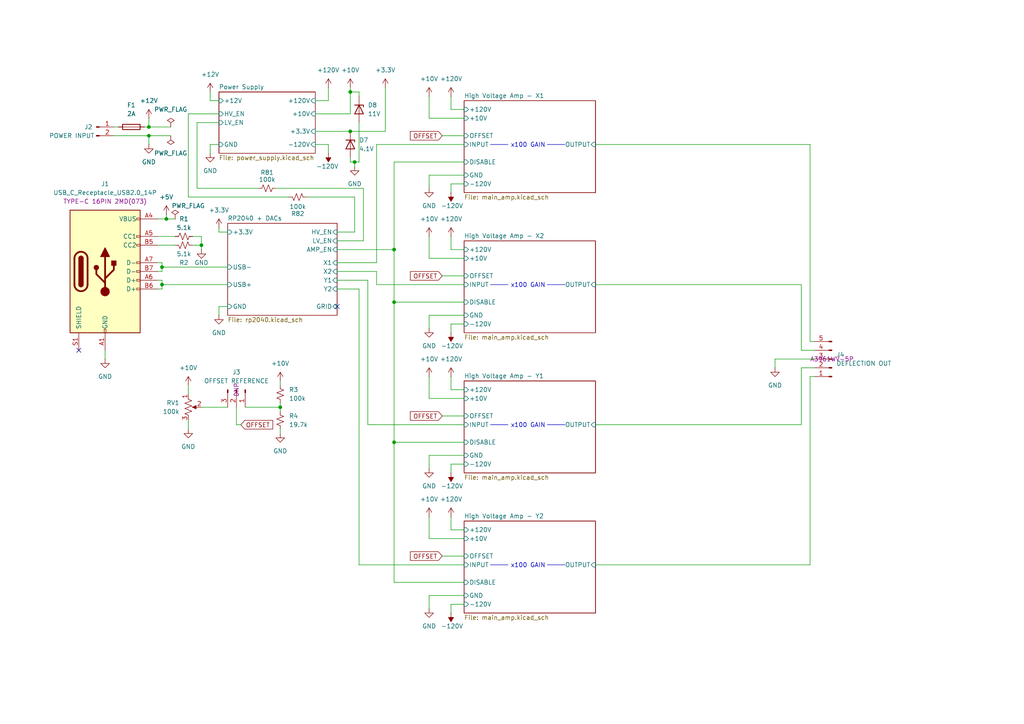
<source format=kicad_sch>
(kicad_sch (version 20250114) (generator "eeschema") (generator_version "9.0")
  (paper "A4")
  (lib_symbols
    (symbol "Connector:Conn_01x02_Pin" (pin_names (offset 1.016) (hide yes))
      (property "Reference" "J" (at 0 2.54 0))
      (property "Value" "Conn_01x02_Pin" (at 0 -5.08 0))
      (symbol "Conn_01x02_Pin_1_1"
        (rectangle (start 0.8636 0.127) (end 0 -0.127) (stroke (width 0.1524)) (fill (type outline)))
        (rectangle (start 0.8636 -2.413) (end 0 -2.667) (stroke (width 0.1524)) (fill (type outline)))
        (polyline (pts (xy 1.27 0) (xy 0.8636 0)) (stroke (width 0.1524)))
        (polyline (pts (xy 1.27 -2.54) (xy 0.8636 -2.54)) (stroke (width 0.1524)))
        (pin passive line (at 5.08 0 180) (length 3.81) (name "Pin_1") (number "1"))
        (pin passive line (at 5.08 -2.54 180) (length 3.81) (name "Pin_2") (number "2"))
      )
    )
    (symbol "Connector:Conn_01x03_Pin" (pin_names (offset 1.016) (hide yes))
      (property "Reference" "J" (at 0 5.08 0))
      (property "Value" "Conn_01x03_Pin" (at 0 -5.08 0))
      (symbol "Conn_01x03_Pin_1_1"
        (rectangle (start 0.8636 2.667) (end 0 2.413) (stroke (width 0.1524)) (fill (type outline)))
        (rectangle (start 0.8636 0.127) (end 0 -0.127) (stroke (width 0.1524)) (fill (type outline)))
        (rectangle (start 0.8636 -2.413) (end 0 -2.667) (stroke (width 0.1524)) (fill (type outline)))
        (polyline (pts (xy 1.27 2.54) (xy 0.8636 2.54)) (stroke (width 0.1524)))
        (polyline (pts (xy 1.27 0) (xy 0.8636 0)) (stroke (width 0.1524)))
        (polyline (pts (xy 1.27 -2.54) (xy 0.8636 -2.54)) (stroke (width 0.1524)))
        (pin passive line (at 5.08 2.54 180) (length 3.81) (name "Pin_1") (number "1"))
        (pin passive line (at 5.08 0 180) (length 3.81) (name "Pin_2") (number "2"))
        (pin passive line (at 5.08 -2.54 180) (length 3.81) (name "Pin_3") (number "3"))
      )
    )
    (symbol "Connector:Conn_01x05_Pin" (pin_names (offset 1.016) (hide yes))
      (property "Reference" "J" (at 0 7.62 0))
      (property "Value" "Conn_01x05_Pin" (at 0 -7.62 0))
      (symbol "Conn_01x05_Pin_1_1"
        (rectangle (start 0.8636 5.207) (end 0 4.953) (stroke (width 0.1524)) (fill (type outline)))
        (rectangle (start 0.8636 2.667) (end 0 2.413) (stroke (width 0.1524)) (fill (type outline)))
        (rectangle (start 0.8636 0.127) (end 0 -0.127) (stroke (width 0.1524)) (fill (type outline)))
        (rectangle (start 0.8636 -2.413) (end 0 -2.667) (stroke (width 0.1524)) (fill (type outline)))
        (rectangle (start 0.8636 -4.953) (end 0 -5.207) (stroke (width 0.1524)) (fill (type outline)))
        (polyline (pts (xy 1.27 5.08) (xy 0.8636 5.08)) (stroke (width 0.1524)))
        (polyline (pts (xy 1.27 2.54) (xy 0.8636 2.54)) (stroke (width 0.1524)))
        (polyline (pts (xy 1.27 0) (xy 0.8636 0)) (stroke (width 0.1524)))
        (polyline (pts (xy 1.27 -2.54) (xy 0.8636 -2.54)) (stroke (width 0.1524)))
        (polyline (pts (xy 1.27 -5.08) (xy 0.8636 -5.08)) (stroke (width 0.1524)))
        (pin passive line (at 5.08 5.08 180) (length 3.81) (name "Pin_1") (number "1"))
        (pin passive line (at 5.08 2.54 180) (length 3.81) (name "Pin_2") (number "2"))
        (pin passive line (at 5.08 0 180) (length 3.81) (name "Pin_3") (number "3"))
        (pin passive line (at 5.08 -2.54 180) (length 3.81) (name "Pin_4") (number "4"))
        (pin passive line (at 5.08 -5.08 180) (length 3.81) (name "Pin_5") (number "5"))
      )
    )
    (symbol "Connector:USB_C_Receptacle_USB2.0_14P" (pin_names (offset 1.016))
      (property "Reference" "J" (at 0 22.225 0))
      (property "Value" "USB_C_Receptacle_USB2.0_14P" (at 0 19.685 0))
      (symbol "USB_C_Receptacle_USB2.0_14P_0_0"
        (rectangle (start -0.254 -17.78) (end 0.254 -16.764))
        (rectangle (start 10.16 15.494) (end 9.144 14.986))
        (rectangle (start 10.16 10.414) (end 9.144 9.906))
        (rectangle (start 10.16 7.874) (end 9.144 7.366))
        (rectangle (start 10.16 2.794) (end 9.144 2.286))
        (rectangle (start 10.16 0.254) (end 9.144 -0.254))
        (rectangle (start 10.16 -2.286) (end 9.144 -2.794))
        (rectangle (start 10.16 -4.826) (end 9.144 -5.334))
      )
      (symbol "USB_C_Receptacle_USB2.0_14P_0_1"
        (rectangle (start -10.16 17.78) (end 10.16 -17.78) (stroke (width 0.254)) (fill (type background)))
        (polyline (pts (xy -8.89 -3.81) (xy -8.89 3.81)) (stroke (width 0.508)))
        (rectangle (start -7.62 -3.81) (end -6.35 3.81) (stroke (width 0.254)) (fill (type outline)))
        (arc (start -7.62 3.81) (mid -6.985 4.4423) (end -6.35 3.81) (stroke (width 0.254)))
        (arc (start -7.62 3.81) (mid -6.985 4.4423) (end -6.35 3.81) (stroke (width 0.254)) (fill (type outline)))
        (arc (start -8.89 3.81) (mid -6.985 5.7067) (end -5.08 3.81) (stroke (width 0.508)))
        (arc (start -5.08 -3.81) (mid -6.985 -5.7067) (end -8.89 -3.81) (stroke (width 0.508)))
        (arc (start -6.35 -3.81) (mid -6.985 -4.4423) (end -7.62 -3.81) (stroke (width 0.254)))
        (arc (start -6.35 -3.81) (mid -6.985 -4.4423) (end -7.62 -3.81) (stroke (width 0.254)) (fill (type outline)))
        (polyline (pts (xy -5.08 3.81) (xy -5.08 -3.81)) (stroke (width 0.508)))
        (circle (center -2.54 1.143) (radius 0.635) (stroke (width 0.254)) (fill (type outline)))
        (polyline (pts (xy -1.27 4.318) (xy 0 6.858) (xy 1.27 4.318) (xy -1.27 4.318)) (stroke (width 0.254)) (fill (type outline)))
        (polyline (pts (xy 0 -2.032) (xy 2.54 0.508) (xy 2.54 1.778)) (stroke (width 0.508)))
        (polyline (pts (xy 0 -3.302) (xy -2.54 -0.762) (xy -2.54 0.508)) (stroke (width 0.508)))
        (polyline (pts (xy 0 -5.842) (xy 0 4.318)) (stroke (width 0.508)))
        (circle (center 0 -5.842) (radius 1.27) (fill (type outline)))
        (rectangle (start 1.905 1.778) (end 3.175 3.048) (stroke (width 0.254)) (fill (type outline)))
      )
      (symbol "USB_C_Receptacle_USB2.0_14P_1_1"
        (pin passive line (at -7.62 -22.86 90) (length 5.08) (name "SHIELD") (number "S1"))
        (pin passive line (at 0 -22.86 90) (length 5.08) (name "GND") (number "A1"))
        (pin passive line (at 0 -22.86 90) (length 5.08) (hide yes) (name "GND") (number "A12"))
        (pin passive line (at 0 -22.86 90) (length 5.08) (hide yes) (name "GND") (number "B1"))
        (pin passive line (at 0 -22.86 90) (length 5.08) (hide yes) (name "GND") (number "B12"))
        (pin passive line (at 15.24 15.24 180) (length 5.08) (name "VBUS") (number "A4"))
        (pin passive line (at 15.24 15.24 180) (length 5.08) (hide yes) (name "VBUS") (number "A9"))
        (pin passive line (at 15.24 15.24 180) (length 5.08) (hide yes) (name "VBUS") (number "B4"))
        (pin passive line (at 15.24 15.24 180) (length 5.08) (hide yes) (name "VBUS") (number "B9"))
        (pin bidirectional line (at 15.24 10.16 180) (length 5.08) (name "CC1") (number "A5"))
        (pin bidirectional line (at 15.24 7.62 180) (length 5.08) (name "CC2") (number "B5"))
        (pin bidirectional line (at 15.24 2.54 180) (length 5.08) (name "D-") (number "A7"))
        (pin bidirectional line (at 15.24 0 180) (length 5.08) (name "D-") (number "B7"))
        (pin bidirectional line (at 15.24 -2.54 180) (length 5.08) (name "D+") (number "A6"))
        (pin bidirectional line (at 15.24 -5.08 180) (length 5.08) (name "D+") (number "B6"))
      )
    )
    (symbol "Device:D_Zener" (pin_numbers (hide yes)) (pin_names (offset 1.016) (hide yes))
      (property "Reference" "D" (at 0 2.54 0))
      (property "Value" "D_Zener" (at 0 -2.54 0))
      (symbol "D_Zener_0_1"
        (polyline (pts (xy -1.27 -1.27) (xy -1.27 1.27) (xy -0.762 1.27)) (stroke (width 0.254)))
        (polyline (pts (xy 1.27 0) (xy -1.27 0)))
        (polyline (pts (xy 1.27 -1.27) (xy 1.27 1.27) (xy -1.27 0) (xy 1.27 -1.27)) (stroke (width 0.254)))
      )
      (symbol "D_Zener_1_1"
        (pin passive line (at -3.81 0 0) (length 2.54) (name "K") (number "1"))
        (pin passive line (at 3.81 0 180) (length 2.54) (name "A") (number "2"))
      )
    )
    (symbol "Device:Fuse" (pin_numbers (hide yes)) (pin_names (offset 0))
      (property "Reference" "F" (at 2.032 0 90))
      (property "Value" "Fuse" (at -1.905 0 90))
      (symbol "Fuse_0_1"
        (rectangle (start -0.762 -2.54) (end 0.762 2.54) (stroke (width 0.254)))
        (polyline (pts (xy 0 2.54) (xy 0 -2.54)))
      )
      (symbol "Fuse_1_1"
        (pin passive line (at 0 3.81 270) (length 1.27) (name "~") (number "1"))
        (pin passive line (at 0 -3.81 90) (length 1.27) (name "~") (number "2"))
      )
    )
    (symbol "Device:R_Potentiometer_US" (pin_names (offset 1.016) (hide yes))
      (property "Reference" "RV" (at -4.445 0 90))
      (property "Value" "R_Potentiometer_US" (at -2.54 0 90))
      (symbol "R_Potentiometer_US_0_1"
        (polyline (pts (xy 0 2.54) (xy 0 2.286)))
        (polyline (pts (xy 0 2.286) (xy 1.016 1.905) (xy 0 1.524) (xy -1.016 1.143) (xy 0 0.762)))
        (polyline (pts (xy 0 0.762) (xy 1.016 0.381) (xy 0 0) (xy -1.016 -0.381) (xy 0 -0.762)))
        (polyline (pts (xy 0 -0.762) (xy 1.016 -1.143) (xy 0 -1.524) (xy -1.016 -1.905) (xy 0 -2.286)))
        (polyline (pts (xy 0 -2.286) (xy 0 -2.54)))
        (polyline (pts (xy 1.143 0) (xy 2.286 0.508) (xy 2.286 -0.508) (xy 1.143 0)) (fill (type outline)))
        (polyline (pts (xy 2.54 0) (xy 1.524 0)))
      )
      (symbol "R_Potentiometer_US_1_1"
        (pin passive line (at 0 3.81 270) (length 1.27) (name "1") (number "1"))
        (pin passive line (at 0 -3.81 90) (length 1.27) (name "3") (number "3"))
        (pin passive line (at 3.81 0 180) (length 1.27) (name "2") (number "2"))
      )
    )
    (symbol "Device:R_Small_US" (pin_numbers (hide yes)) (pin_names (offset 0.254) (hide yes))
      (property "Reference" "R" (at 0.762 0.508 0))
      (property "Value" "R_Small_US" (at 0.762 -1.016 0))
      (symbol "R_Small_US_1_1"
        (polyline (pts (xy 0 1.524) (xy 1.016 1.143) (xy 0 0.762) (xy -1.016 0.381) (xy 0 0)))
        (polyline (pts (xy 0 0) (xy 1.016 -0.381) (xy 0 -0.762) (xy -1.016 -1.143) (xy 0 -1.524)))
        (pin passive line (at 0 2.54 270) (length 1.016) (name "~") (number "1"))
        (pin passive line (at 0 -2.54 90) (length 1.016) (name "~") (number "2"))
      )
    )
    (symbol "power:+10V" (power) (pin_numbers (hide yes)) (pin_names (offset 0) (hide yes))
      (property "Value" "+10V" (at 0 3.556 0))
      (symbol "+10V_0_1"
        (polyline (pts (xy -0.762 1.27) (xy 0 2.54)))
        (polyline (pts (xy 0 2.54) (xy 0.762 1.27)))
        (polyline (pts (xy 0 0) (xy 0 2.54)))
      )
      (symbol "+10V_1_1"
        (pin power_in line (at 0 0 90) (length 0) (name "~") (number "1"))
      )
    )
    (symbol "power:+12V" (power) (pin_numbers (hide yes)) (pin_names (offset 0) (hide yes))
      (property "Value" "+12V" (at 0 3.556 0))
      (symbol "+12V_0_1"
        (polyline (pts (xy -0.762 1.27) (xy 0 2.54)))
        (polyline (pts (xy 0 2.54) (xy 0.762 1.27)))
        (polyline (pts (xy 0 0) (xy 0 2.54)))
      )
      (symbol "+12V_1_1"
        (pin power_in line (at 0 0 90) (length 0) (name "~") (number "1"))
      )
    )
    (symbol "power:+3.3V" (power) (pin_numbers (hide yes)) (pin_names (offset 0) (hide yes))
      (property "Value" "+3.3V" (at 0 3.556 0))
      (symbol "+3.3V_0_1"
        (polyline (pts (xy -0.762 1.27) (xy 0 2.54)))
        (polyline (pts (xy 0 2.54) (xy 0.762 1.27)))
        (polyline (pts (xy 0 0) (xy 0 2.54)))
      )
      (symbol "+3.3V_1_1"
        (pin power_in line (at 0 0 90) (length 0) (name "~") (number "1"))
      )
    )
    (symbol "power:+48V" (power) (pin_numbers (hide yes)) (pin_names (offset 0) (hide yes))
      (property "Value" "+48V" (at 0 3.556 0))
      (symbol "+48V_0_1"
        (polyline (pts (xy -0.762 1.27) (xy 0 2.54)))
        (polyline (pts (xy 0 2.54) (xy 0.762 1.27)))
        (polyline (pts (xy 0 0) (xy 0 2.54)))
      )
      (symbol "+48V_1_1"
        (pin power_in line (at 0 0 90) (length 0) (name "~") (number "1"))
      )
    )
    (symbol "power:+5V" (power) (pin_numbers (hide yes)) (pin_names (offset 0) (hide yes))
      (property "Value" "+5V" (at 0 3.556 0))
      (symbol "+5V_0_1"
        (polyline (pts (xy -0.762 1.27) (xy 0 2.54)))
        (polyline (pts (xy 0 2.54) (xy 0.762 1.27)))
        (polyline (pts (xy 0 0) (xy 0 2.54)))
      )
      (symbol "+5V_1_1"
        (pin power_in line (at 0 0 90) (length 0) (name "~") (number "1"))
      )
    )
    (symbol "power:-48V" (power) (pin_numbers (hide yes)) (pin_names (offset 0) (hide yes))
      (property "Value" "-48V" (at 0 3.556 0))
      (symbol "-48V_0_0"
        (pin power_in line (at 0 0 90) (length 0) (name "~") (number "1"))
      )
      (symbol "-48V_0_1"
        (polyline (pts (xy 0 0) (xy 0 1.27) (xy 0.762 1.27) (xy 0 2.54) (xy -0.762 1.27) (xy 0 1.27)) (fill (type outline)))
      )
    )
    (symbol "power:GND" (power) (pin_numbers (hide yes)) (pin_names (offset 0) (hide yes))
      (property "Value" "GND" (at 0 -3.81 0))
      (symbol "GND_0_1"
        (polyline (pts (xy 0 0) (xy 0 -1.27) (xy 1.27 -1.27) (xy 0 -2.54) (xy -1.27 -1.27) (xy 0 -1.27)))
      )
      (symbol "GND_1_1"
        (pin power_in line (at 0 0 270) (length 0) (name "~") (number "1"))
      )
    )
    (symbol "power:PWR_FLAG" (power) (pin_numbers (hide yes)) (pin_names (offset 0) (hide yes))
      (property "Value" "PWR_FLAG" (at 0 3.81 0))
      (symbol "PWR_FLAG_0_0"
        (pin power_out line (at 0 0 90) (length 0) (name "~") (number "1"))
      )
      (symbol "PWR_FLAG_0_1"
        (polyline (pts (xy 0 0) (xy 0 1.27) (xy -1.016 1.905) (xy 0 2.54) (xy 1.016 1.905) (xy 0 1.27)))
      )
    )
  )
  (text "x100 GAIN\n" (at 153.162 123.444 0) (effects (font (size 1.27 1.27))))
  (text "x100 GAIN\n" (at 153.162 164.084 0) (effects (font (size 1.27 1.27))))
  (text "x100 GAIN\n" (at 153.162 42.164 0) (effects (font (size 1.27 1.27))))
  (text "x100 GAIN\n" (at 153.162 82.804 0) (effects (font (size 1.27 1.27))))
  (junction (at 46.99 77.47))
  (junction (at 101.6 26.67))
  (junction (at 43.18 39.37))
  (junction (at 48.26 63.5))
  (junction (at 114.3 72.39))
  (junction (at 81.28 118.11))
  (junction (at 46.99 82.55))
  (junction (at 114.3 87.63))
  (junction (at 102.87 46.99))
  (junction (at 114.3 128.27))
  (junction (at 58.42 71.12))
  (junction (at 43.18 36.83))
  (junction (at 101.6 38.1))
  (no_connect (at 97.79 88.9))
  (no_connect (at 22.86 101.6))
  (wire (pts (xy 45.72 81.28) (xy 46.99 81.28)))
  (wire (pts (xy 114.3 128.27) (xy 134.62 128.27)))
  (wire (pts (xy 91.44 41.91) (xy 95.25 41.91)))
  (wire (pts (xy 43.18 36.83) (xy 49.53 36.83)))
  (wire (pts (xy 124.46 156.21) (xy 124.46 149.86)))
  (wire (pts (xy 46.99 82.55) (xy 66.04 82.55)))
  (wire (pts (xy 104.14 35.56) (xy 104.14 46.99)))
  (wire (pts (xy 58.42 118.11) (xy 66.04 118.11)))
  (wire (pts (xy 130.81 27.94) (xy 130.81 31.75)))
  (wire (pts (xy 124.46 91.44) (xy 134.62 91.44)))
  (wire (pts (xy 80.01 54.61) (xy 105.41 54.61)))
  (wire (pts (xy 124.46 176.53) (xy 124.46 172.72)))
  (wire (pts (xy 134.62 134.62) (xy 130.81 134.62)))
  (polyline (pts (xy 158.75 163.83) (xy 163.83 163.83)))
  (wire (pts (xy 109.22 41.91) (xy 109.22 76.2)))
  (wire (pts (xy 91.44 38.1) (xy 101.6 38.1)))
  (wire (pts (xy 48.26 62.23) (xy 48.26 63.5)))
  (wire (pts (xy 234.95 109.22) (xy 234.95 163.83)))
  (wire (pts (xy 81.28 124.46) (xy 81.28 125.73)))
  (wire (pts (xy 45.72 76.2) (xy 46.99 76.2)))
  (wire (pts (xy 66.04 67.31) (xy 63.5 67.31)))
  (wire (pts (xy 43.18 41.91) (xy 43.18 39.37)))
  (wire (pts (xy 134.62 72.39) (xy 130.81 72.39)))
  (wire (pts (xy 58.42 68.58) (xy 58.42 71.12)))
  (wire (pts (xy 91.44 33.02) (xy 101.6 33.02)))
  (wire (pts (xy 172.72 82.55) (xy 232.41 82.55)))
  (wire (pts (xy 101.6 45.72) (xy 101.6 46.99)))
  (wire (pts (xy 58.42 71.12) (xy 58.42 72.39)))
  (wire (pts (xy 105.41 54.61) (xy 105.41 69.85)))
  (wire (pts (xy 101.6 26.67) (xy 104.14 26.67)))
  (wire (pts (xy 124.46 135.89) (xy 124.46 132.08)))
  (wire (pts (xy 43.18 39.37) (xy 49.53 39.37)))
  (wire (pts (xy 109.22 76.2) (xy 97.79 76.2)))
  (wire (pts (xy 71.12 118.11) (xy 81.28 118.11)))
  (wire (pts (xy 97.79 83.82) (xy 104.14 83.82)))
  (wire (pts (xy 45.72 78.74) (xy 46.99 78.74)))
  (wire (pts (xy 134.62 175.26) (xy 130.81 175.26)))
  (wire (pts (xy 134.62 34.29) (xy 124.46 34.29)))
  (wire (pts (xy 124.46 50.8) (xy 134.62 50.8)))
  (wire (pts (xy 102.87 46.99) (xy 104.14 46.99)))
  (wire (pts (xy 128.27 39.37) (xy 134.62 39.37)))
  (polyline (pts (xy 158.75 82.55) (xy 163.83 82.55)))
  (wire (pts (xy 54.61 33.02) (xy 63.5 33.02)))
  (wire (pts (xy 54.61 57.15) (xy 83.82 57.15)))
  (wire (pts (xy 63.5 29.21) (xy 60.96 29.21)))
  (wire (pts (xy 234.95 99.06) (xy 234.95 41.91)))
  (wire (pts (xy 124.46 115.57) (xy 124.46 109.22)))
  (wire (pts (xy 114.3 87.63) (xy 114.3 72.39)))
  (wire (pts (xy 134.62 31.75) (xy 130.81 31.75)))
  (polyline (pts (xy 142.24 82.55) (xy 147.32 82.55)))
  (wire (pts (xy 232.41 123.19) (xy 232.41 106.68)))
  (wire (pts (xy 134.62 82.55) (xy 109.22 82.55)))
  (wire (pts (xy 48.26 63.5) (xy 50.8 63.5)))
  (wire (pts (xy 114.3 168.91) (xy 114.3 128.27)))
  (wire (pts (xy 114.3 46.99) (xy 134.62 46.99)))
  (wire (pts (xy 101.6 33.02) (xy 101.6 26.67)))
  (wire (pts (xy 124.46 54.61) (xy 124.46 50.8)))
  (wire (pts (xy 30.48 101.6) (xy 30.48 104.14)))
  (wire (pts (xy 130.81 149.86) (xy 130.81 153.67)))
  (wire (pts (xy 95.25 25.4) (xy 95.25 29.21)))
  (wire (pts (xy 124.46 95.25) (xy 124.46 91.44)))
  (wire (pts (xy 104.14 26.67) (xy 104.14 27.94)))
  (wire (pts (xy 124.46 74.93) (xy 124.46 68.58)))
  (wire (pts (xy 134.62 115.57) (xy 124.46 115.57)))
  (wire (pts (xy 68.58 118.11) (xy 68.58 123.19)))
  (wire (pts (xy 46.99 77.47) (xy 46.99 78.74)))
  (wire (pts (xy 97.79 72.39) (xy 114.3 72.39)))
  (wire (pts (xy 134.62 168.91) (xy 114.3 168.91)))
  (wire (pts (xy 114.3 72.39) (xy 114.3 46.99)))
  (wire (pts (xy 54.61 121.92) (xy 54.61 124.46)))
  (wire (pts (xy 43.18 39.37) (xy 33.02 39.37)))
  (wire (pts (xy 124.46 172.72) (xy 134.62 172.72)))
  (wire (pts (xy 54.61 111.76) (xy 54.61 114.3)))
  (wire (pts (xy 45.72 68.58) (xy 50.8 68.58)))
  (wire (pts (xy 128.27 161.29) (xy 134.62 161.29)))
  (wire (pts (xy 134.62 93.98) (xy 130.81 93.98)))
  (wire (pts (xy 63.5 91.44) (xy 63.5 88.9)))
  (wire (pts (xy 134.62 87.63) (xy 114.3 87.63)))
  (polyline (pts (xy 142.24 163.83) (xy 147.32 163.83)))
  (wire (pts (xy 54.61 57.15) (xy 54.61 33.02)))
  (wire (pts (xy 130.81 93.98) (xy 130.81 96.52)))
  (wire (pts (xy 232.41 101.6) (xy 236.22 101.6)))
  (wire (pts (xy 60.96 41.91) (xy 63.5 41.91)))
  (wire (pts (xy 234.95 41.91) (xy 172.72 41.91)))
  (wire (pts (xy 97.79 69.85) (xy 105.41 69.85)))
  (wire (pts (xy 106.68 123.19) (xy 134.62 123.19)))
  (wire (pts (xy 232.41 82.55) (xy 232.41 101.6)))
  (wire (pts (xy 130.81 109.22) (xy 130.81 113.03)))
  (wire (pts (xy 236.22 109.22) (xy 234.95 109.22)))
  (wire (pts (xy 130.81 68.58) (xy 130.81 72.39)))
  (wire (pts (xy 95.25 41.91) (xy 95.25 44.45)))
  (wire (pts (xy 81.28 118.11) (xy 81.28 119.38)))
  (wire (pts (xy 130.81 134.62) (xy 130.81 137.16)))
  (wire (pts (xy 234.95 163.83) (xy 172.72 163.83)))
  (wire (pts (xy 43.18 34.29) (xy 43.18 36.83)))
  (wire (pts (xy 130.81 53.34) (xy 130.81 55.88)))
  (wire (pts (xy 68.58 123.19) (xy 69.85 123.19)))
  (wire (pts (xy 97.79 67.31) (xy 102.87 67.31)))
  (wire (pts (xy 46.99 81.28) (xy 46.99 82.55)))
  (wire (pts (xy 91.44 29.21) (xy 95.25 29.21)))
  (wire (pts (xy 128.27 120.65) (xy 134.62 120.65)))
  (wire (pts (xy 236.22 99.06) (xy 234.95 99.06)))
  (polyline (pts (xy 158.75 41.91) (xy 163.83 41.91)))
  (wire (pts (xy 60.96 44.45) (xy 60.96 41.91)))
  (wire (pts (xy 60.96 26.67) (xy 60.96 29.21)))
  (wire (pts (xy 97.79 81.28) (xy 106.68 81.28)))
  (wire (pts (xy 236.22 104.14) (xy 224.79 104.14)))
  (wire (pts (xy 134.62 163.83) (xy 104.14 163.83)))
  (wire (pts (xy 45.72 83.82) (xy 46.99 83.82)))
  (wire (pts (xy 33.02 36.83) (xy 34.29 36.83)))
  (polyline (pts (xy 158.75 123.19) (xy 163.83 123.19)))
  (wire (pts (xy 57.15 35.56) (xy 57.15 54.61)))
  (wire (pts (xy 128.27 80.01) (xy 134.62 80.01)))
  (wire (pts (xy 106.68 81.28) (xy 106.68 123.19)))
  (wire (pts (xy 111.76 38.1) (xy 111.76 25.4)))
  (polyline (pts (xy 142.24 41.91) (xy 147.32 41.91)))
  (wire (pts (xy 124.46 132.08) (xy 134.62 132.08)))
  (wire (pts (xy 101.6 38.1) (xy 111.76 38.1)))
  (wire (pts (xy 63.5 88.9) (xy 66.04 88.9)))
  (wire (pts (xy 134.62 156.21) (xy 124.46 156.21)))
  (wire (pts (xy 104.14 163.83) (xy 104.14 83.82)))
  (wire (pts (xy 224.79 104.14) (xy 224.79 106.68)))
  (wire (pts (xy 134.62 41.91) (xy 109.22 41.91)))
  (wire (pts (xy 46.99 77.47) (xy 66.04 77.47)))
  (wire (pts (xy 46.99 76.2) (xy 46.99 77.47)))
  (wire (pts (xy 134.62 113.03) (xy 130.81 113.03)))
  (wire (pts (xy 63.5 35.56) (xy 57.15 35.56)))
  (wire (pts (xy 97.79 78.74) (xy 109.22 78.74)))
  (wire (pts (xy 102.87 57.15) (xy 102.87 67.31)))
  (wire (pts (xy 130.81 175.26) (xy 130.81 177.8)))
  (wire (pts (xy 101.6 26.67) (xy 101.6 25.4)))
  (wire (pts (xy 114.3 87.63) (xy 114.3 128.27)))
  (wire (pts (xy 101.6 46.99) (xy 102.87 46.99)))
  (wire (pts (xy 124.46 34.29) (xy 124.46 27.94)))
  (wire (pts (xy 46.99 82.55) (xy 46.99 83.82)))
  (wire (pts (xy 45.72 71.12) (xy 50.8 71.12)))
  (wire (pts (xy 63.5 66.04) (xy 63.5 67.31)))
  (wire (pts (xy 134.62 53.34) (xy 130.81 53.34)))
  (wire (pts (xy 55.88 68.58) (xy 58.42 68.58)))
  (wire (pts (xy 41.91 36.83) (xy 43.18 36.83)))
  (wire (pts (xy 232.41 106.68) (xy 236.22 106.68)))
  (polyline (pts (xy 142.24 123.19) (xy 147.32 123.19)))
  (wire (pts (xy 134.62 153.67) (xy 130.81 153.67)))
  (wire (pts (xy 88.9 57.15) (xy 102.87 57.15)))
  (wire (pts (xy 81.28 116.84) (xy 81.28 118.11)))
  (wire (pts (xy 109.22 82.55) (xy 109.22 78.74)))
  (wire (pts (xy 102.87 46.99) (xy 102.87 48.26)))
  (wire (pts (xy 172.72 123.19) (xy 232.41 123.19)))
  (wire (pts (xy 45.72 63.5) (xy 48.26 63.5)))
  (wire (pts (xy 57.15 54.61) (xy 74.93 54.61)))
  (wire (pts (xy 134.62 74.93) (xy 124.46 74.93)))
  (wire (pts (xy 55.88 71.12) (xy 58.42 71.12)))
  (wire (pts (xy 81.28 110.49) (xy 81.28 111.76)))
  (global_label "OFFSET" (shape input) (at 128.27 161.29 180) (property "Intersheetrefs" "${INTERSHEET_REFS}" (effects (hide yes))))
  (global_label "OFFSET" (shape input) (at 69.85 123.19 0) (property "Intersheetrefs" "${INTERSHEET_REFS}" (effects (hide yes))))
  (global_label "OFFSET" (shape input) (at 128.27 80.01 180) (property "Intersheetrefs" "${INTERSHEET_REFS}" (effects (hide yes))))
  (global_label "OFFSET" (shape input) (at 128.27 120.65 180) (property "Intersheetrefs" "${INTERSHEET_REFS}" (effects (hide yes))))
  (global_label "OFFSET" (shape input) (at 128.27 39.37 180) (property "Intersheetrefs" "${INTERSHEET_REFS}" (effects (hide yes))))
  (symbol (lib_id "Device:R_Small_US") (at 81.28 114.3 0) (unit 1)
    (property "Reference" "R3" (at 83.82 113.0299 0) (effects (justify left)))
    (property "Value" "100k" (at 83.82 115.5699 0) (effects (justify left)))
    (property "Footprint" "Resistor_SMD:R_0603_1608Metric" (effects (hide yes)))
    (property "Description" "Resistor, small US symbol" (effects (hide yes)))
    (property "Digikey P/N" "RMCF0603FT100K" (effects (hide yes)))
    (property "JLCPCB P/N" "0603WAF1003T5E" (effects (hide yes)))
  )
  (symbol (lib_id "power:GND") (at 30.48 104.14 0) (unit 1)
    (property "Reference" "#PWR01" (effects (hide yes)))
    (property "Value" "GND" (at 30.48 109.22 0))
    (property "Description" "Power symbol creates a global label with name \"GND\" , ground" (effects (hide yes)))
  )
  (symbol (lib_id "Device:D_Zener") (at 104.14 31.75 270) (unit 1)
    (property "Reference" "D8" (at 106.68 30.4799 90) (effects (justify left)))
    (property "Value" "11V" (at 106.68 33.0199 90) (effects (justify left)))
    (property "Footprint" "Diode_SMD:D_SOD-123" (effects (hide yes)))
    (property "Description" "Zener diode" (effects (hide yes)))
    (property "JLCPCB P/N" "BZT52C11" (effects (hide yes)))
  )
  (symbol (lib_id "Connector:Conn_01x05_Pin") (at 241.3 104.14 180) (unit 1)
    (property "Reference" "J4" (at 242.57 102.8699 0) (effects (justify right)))
    (property "Value" "DEFLECTION OUT" (at 242.57 105.4099 0) (effects (justify right)))
    (property "Footprint" "Connector_Molex:Molex_KK-396_5273-05A_1x05_P3.96mm_Vertical" (effects (hide yes)))
    (property "Description" "Generic connector, single row, 01x05, script generated" (effects (hide yes)))
    (property "JLCPCB P/N" "A3961WV-5P" (at 241.3 104.14 0))
  )
  (symbol (lib_id "Connector:USB_C_Receptacle_USB2.0_14P") (at 30.48 78.74 0) (unit 1)
    (property "Reference" "J1" (at 30.48 53.34 0))
    (property "Value" "USB_C_Receptacle_USB2.0_14P" (at 30.48 55.88 0))
    (property "Footprint" "Connector_USB:USB_C_Receptacle_Palconn_UTC16-G" (effects (hide yes)))
    (property "Datasheet" "https://www.usb.org/sites/default/files/documents/usb_type-c.zip" (effects (hide yes)))
    (property "Description" "USB 2.0-only 14P Type-C Receptacle connector" (effects (hide yes)))
    (property "Digikey P/N" "*check availabilty* " (effects (hide yes)))
    (property "JLCPCB P/N" "TYPE-C 16PIN 2MD(073)" (at 30.48 58.42 0))
  )
  (symbol (lib_id "power:GND") (at 58.42 72.39 0) (unit 1)
    (property "Reference" "#PWR07" (effects (hide yes)))
    (property "Value" "GND" (at 58.42 76.2 0))
    (property "Description" "Power symbol creates a global label with name \"GND\" , ground" (effects (hide yes)))
  )
  (symbol (lib_id "power:GND") (at 124.46 176.53 0) (unit 1)
    (property "Reference" "#PWR025" (effects (hide yes)))
    (property "Value" "GND" (at 124.46 181.61 0))
    (property "Description" "Power symbol creates a global label with name \"GND\" , ground" (effects (hide yes)))
  )
  (symbol (lib_id "Device:R_Small_US") (at 53.34 71.12 90) (mirror x) (unit 1)
    (property "Reference" "R2" (at 53.34 76.2 90))
    (property "Value" "5.1k" (at 53.34 73.66 90))
    (property "Footprint" "Resistor_SMD:R_0603_1608Metric" (effects (hide yes)))
    (property "Description" "Resistor, small US symbol" (effects (hide yes)))
    (property "Digikey P/N" "RC0603FR-075K1L" (effects (hide yes)))
    (property "JLCPCB P/N" "0603WAF5101T5E" (effects (hide yes)))
  )
  (symbol (lib_id "power:+12V") (at 43.18 34.29 0) (mirror y) (unit 1)
    (property "Reference" "#PWR02" (effects (hide yes)))
    (property "Value" "+12V" (at 43.18 29.21 0))
    (property "Description" "Power symbol creates a global label with name \"+12V\"" (effects (hide yes)))
  )
  (symbol (lib_id "power:GND") (at 60.96 44.45 0) (unit 1)
    (property "Reference" "#PWR09" (effects (hide yes)))
    (property "Value" "GND" (at 60.96 49.53 0))
    (property "Description" "Power symbol creates a global label with name \"GND\" , ground" (effects (hide yes)))
  )
  (symbol (lib_id "power:-48V") (at 95.25 44.45 180) (unit 1)
    (property "Reference" "#PWR015" (effects (hide yes)))
    (property "Value" "-120V" (at 91.694 48.26 0) (effects (justify right)))
    (property "Description" "Power symbol creates a global label with name \"-48V\"" (effects (hide yes)))
  )
  (symbol (lib_id "power:PWR_FLAG") (at 49.53 36.83 0) (unit 1)
    (property "Reference" "#FLG01" (effects (hide yes)))
    (property "Value" "PWR_FLAG" (at 49.53 31.75 0))
    (property "Description" "Special symbol for telling ERC where power comes from" (effects (hide yes)))
  )
  (symbol (lib_id "Device:R_Potentiometer_US") (at 54.61 118.11 0) (unit 1)
    (property "Reference" "RV1" (at 52.07 116.8399 0) (effects (justify right)))
    (property "Value" "100k" (at 52.07 119.3799 0) (effects (justify right)))
    (property "Footprint" "Potentiometer_THT:Potentiometer_Bourns_3296W_Vertical" (effects (hide yes)))
    (property "Description" "Potentiometer, US symbol" (effects (hide yes)))
    (property "Digikey P/N" "3361P-1-104GLF" (effects (hide yes)))
    (property "JLCPCB P/N" "3296W-1-104" (effects (hide yes)))
  )
  (symbol (lib_id "power:GND") (at 54.61 124.46 0) (unit 1)
    (property "Reference" "#PWR06" (effects (hide yes)))
    (property "Value" "GND" (at 54.61 129.54 0))
    (property "Description" "Power symbol creates a global label with name \"GND\" , ground" (effects (hide yes)))
  )
  (symbol (lib_id "power:+48V") (at 130.81 149.86 0) (mirror y) (unit 1)
    (property "Reference" "#PWR032" (effects (hide yes)))
    (property "Value" "+120V" (at 134.112 144.78 0) (effects (justify left)))
    (property "Description" "Power symbol creates a global label with name \"+48V\"" (effects (hide yes)))
  )
  (symbol (lib_id "power:+10V") (at 81.28 110.49 0) (unit 1)
    (property "Reference" "#PWR012" (effects (hide yes)))
    (property "Value" "+10V" (at 81.28 105.41 0))
    (property "Description" "Power symbol creates a global label with name \"+10V\"" (effects (hide yes)))
  )
  (symbol (lib_id "power:+10V") (at 54.61 111.76 0) (unit 1)
    (property "Reference" "#PWR05" (effects (hide yes)))
    (property "Value" "+10V" (at 54.61 106.68 0))
    (property "Description" "Power symbol creates a global label with name \"+10V\"" (effects (hide yes)))
  )
  (symbol (lib_id "power:PWR_FLAG") (at 49.53 39.37 180) (unit 1)
    (property "Reference" "#FLG02" (effects (hide yes)))
    (property "Value" "PWR_FLAG" (at 49.53 44.45 0))
    (property "Description" "Special symbol for telling ERC where power comes from" (effects (hide yes)))
  )
  (symbol (lib_id "power:+10V") (at 124.46 109.22 0) (mirror y) (unit 1)
    (property "Reference" "#PWR022" (effects (hide yes)))
    (property "Value" "+10V" (at 124.46 104.14 0))
    (property "Description" "Power symbol creates a global label with name \"+10V\"" (effects (hide yes)))
  )
  (symbol (lib_id "power:+3.3V") (at 111.76 25.4 0) (unit 1)
    (property "Reference" "#PWR017" (effects (hide yes)))
    (property "Value" "+3.3V" (at 111.76 20.32 0))
    (property "Description" "Power symbol creates a global label with name \"+3.3V\"" (effects (hide yes)))
  )
  (symbol (lib_id "power:-48V") (at 130.81 137.16 0) (mirror x) (unit 1)
    (property "Reference" "#PWR031" (effects (hide yes)))
    (property "Value" "-120V" (at 134.366 140.97 0) (effects (justify right)))
    (property "Description" "Power symbol creates a global label with name \"-48V\"" (effects (hide yes)))
  )
  (symbol (lib_id "Device:R_Small_US") (at 86.36 57.15 270) (mirror x) (unit 1)
    (property "Reference" "R82" (at 86.36 61.976 90))
    (property "Value" "100k" (at 86.36 59.944 90))
    (property "Footprint" "Resistor_SMD:R_0603_1608Metric" (effects (hide yes)))
    (property "Description" "Resistor, small US symbol" (effects (hide yes)))
    (property "Digikey P/N" "RMCF0603FT100K" (effects (hide yes)))
    (property "JLCPCB P/N" "0603WAF1003T5E" (effects (hide yes)))
  )
  (symbol (lib_id "power:-48V") (at 130.81 55.88 0) (mirror x) (unit 1)
    (property "Reference" "#PWR027" (effects (hide yes)))
    (property "Value" "-120V" (at 134.366 59.69 0) (effects (justify right)))
    (property "Description" "Power symbol creates a global label with name \"-48V\"" (effects (hide yes)))
  )
  (symbol (lib_id "Device:R_Small_US") (at 81.28 121.92 0) (unit 1)
    (property "Reference" "R4" (at 83.82 120.6499 0) (effects (justify left)))
    (property "Value" "19.7k" (at 83.82 123.1899 0) (effects (justify left)))
    (property "Footprint" "Resistor_SMD:R_0603_1608Metric" (effects (hide yes)))
    (property "Description" "Resistor, small US symbol" (effects (hide yes)))
    (property "Digikey P/N" "*find new P/N for 19.7k*" (effects (hide yes)))
    (property "JLCPCB P/N" "0603WAF2002T5E" (effects (hide yes)))
  )
  (symbol (lib_id "Connector:Conn_01x02_Pin") (at 27.94 36.83 0) (unit 1)
    (property "Reference" "J2" (at 25.654 36.83 0))
    (property "Value" "POWER INPUT" (at 20.828 39.37 0))
    (property "Footprint" "Connector_Molex:Molex_KK-396_5273-02A_1x02_P3.96mm_Vertical" (effects (hide yes)))
    (property "Description" "Generic connector, single row, 01x02, script generated" (effects (hide yes)))
    (property "Digikey P/N" "0009652028" (effects (hide yes)))
    (property "JLCPCB P/N" "A3961WV-2P" (effects (hide yes)))
  )
  (symbol (lib_id "power:+48V") (at 130.81 27.94 0) (mirror y) (unit 1)
    (property "Reference" "#PWR026" (effects (hide yes)))
    (property "Value" "+120V" (at 134.112 22.86 0) (effects (justify left)))
    (property "Description" "Power symbol creates a global label with name \"+48V\"" (effects (hide yes)))
  )
  (symbol (lib_id "power:+48V") (at 130.81 109.22 0) (mirror y) (unit 1)
    (property "Reference" "#PWR030" (effects (hide yes)))
    (property "Value" "+120V" (at 134.112 104.14 0) (effects (justify left)))
    (property "Description" "Power symbol creates a global label with name \"+48V\"" (effects (hide yes)))
  )
  (symbol (lib_id "power:+10V") (at 101.6 25.4 0) (unit 1)
    (property "Reference" "#PWR016" (effects (hide yes)))
    (property "Value" "+10V" (at 101.6 20.32 0))
    (property "Description" "Power symbol creates a global label with name \"+10V\"" (effects (hide yes)))
  )
  (symbol (lib_id "power:+48V") (at 130.81 68.58 0) (mirror y) (unit 1)
    (property "Reference" "#PWR028" (effects (hide yes)))
    (property "Value" "+120V" (at 134.112 63.5 0) (effects (justify left)))
    (property "Description" "Power symbol creates a global label with name \"+48V\"" (effects (hide yes)))
  )
  (symbol (lib_id "power:GND") (at 124.46 54.61 0) (unit 1)
    (property "Reference" "#PWR019" (effects (hide yes)))
    (property "Value" "GND" (at 124.46 59.69 0))
    (property "Description" "Power symbol creates a global label with name \"GND\" , ground" (effects (hide yes)))
  )
  (symbol (lib_id "power:+5V") (at 48.26 62.23 0) (unit 1)
    (property "Reference" "#PWR04" (effects (hide yes)))
    (property "Value" "+5V" (at 48.26 57.15 0))
    (property "Description" "Power symbol creates a global label with name \"+5V\"" (effects (hide yes)))
  )
  (symbol (lib_id "power:GND") (at 43.18 41.91 0) (mirror y) (unit 1)
    (property "Reference" "#PWR03" (effects (hide yes)))
    (property "Value" "GND" (at 43.18 46.99 0))
    (property "Description" "Power symbol creates a global label with name \"GND\" , ground" (effects (hide yes)))
  )
  (symbol (lib_id "power:-48V") (at 130.81 96.52 0) (mirror x) (unit 1)
    (property "Reference" "#PWR029" (effects (hide yes)))
    (property "Value" "-120V" (at 134.366 100.33 0) (effects (justify right)))
    (property "Description" "Power symbol creates a global label with name \"-48V\"" (effects (hide yes)))
  )
  (symbol (lib_id "power:+12V") (at 60.96 26.67 0) (unit 1)
    (property "Reference" "#PWR08" (effects (hide yes)))
    (property "Value" "+12V" (at 60.96 21.59 0))
    (property "Description" "Power symbol creates a global label with name \"+12V\"" (effects (hide yes)))
  )
  (symbol (lib_id "Device:D_Zener") (at 101.6 41.91 270) (unit 1)
    (property "Reference" "D7" (at 104.14 40.6399 90) (effects (justify left)))
    (property "Value" "4.1V" (at 104.14 43.1799 90) (effects (justify left)))
    (property "Footprint" "Diode_SMD:D_SOD-123" (effects (hide yes)))
    (property "Description" "Zener diode" (effects (hide yes)))
    (property "JLCPCB P/N" "BZT52C3V9" (effects (hide yes)))
  )
  (symbol (lib_id "Device:R_Small_US") (at 53.34 68.58 90) (unit 1)
    (property "Reference" "R1" (at 53.34 63.5 90))
    (property "Value" "5.1k" (at 53.34 66.04 90))
    (property "Footprint" "Resistor_SMD:R_0603_1608Metric" (effects (hide yes)))
    (property "Description" "Resistor, small US symbol" (effects (hide yes)))
    (property "Digikey P/N" "RC0603FR-075K1L" (effects (hide yes)))
    (property "JLCPCB P/N" "0603WAF5101T5E" (effects (hide yes)))
  )
  (symbol (lib_id "power:GND") (at 102.87 48.26 0) (unit 1)
    (property "Reference" "#PWR035" (effects (hide yes)))
    (property "Value" "GND" (at 102.87 53.34 0))
    (property "Description" "Power symbol creates a global label with name \"GND\" , ground" (effects (hide yes)))
  )
  (symbol (lib_id "power:GND") (at 224.79 106.68 0) (unit 1)
    (property "Reference" "#PWR034" (effects (hide yes)))
    (property "Value" "GND" (at 224.79 111.76 0))
    (property "Description" "Power symbol creates a global label with name \"GND\" , ground" (effects (hide yes)))
  )
  (symbol (lib_id "Device:Fuse") (at 38.1 36.83 90) (unit 1)
    (property "Reference" "F1" (at 38.1 30.48 90))
    (property "Value" "2A" (at 38.1 33.02 90))
    (property "Footprint" "Fuse:Fuse_0805_2012Metric" (effects (hide yes)))
    (property "Description" "Fuse" (effects (hide yes)))
    (property "JLCPCB P/N" "MFU0805FF02000P500" (effects (hide yes)))
  )
  (symbol (lib_id "power:+48V") (at 95.25 25.4 0) (unit 1)
    (property "Reference" "#PWR014" (effects (hide yes)))
    (property "Value" "+120V" (at 91.948 20.32 0) (effects (justify left)))
    (property "Description" "Power symbol creates a global label with name \"+48V\"" (effects (hide yes)))
  )
  (symbol (lib_id "power:GND") (at 63.5 91.44 0) (unit 1)
    (property "Reference" "#PWR011" (effects (hide yes)))
    (property "Value" "GND" (at 63.5 96.52 0))
    (property "Description" "Power symbol creates a global label with name \"GND\" , ground" (effects (hide yes)))
  )
  (symbol (lib_id "power:GND") (at 124.46 95.25 0) (unit 1)
    (property "Reference" "#PWR021" (effects (hide yes)))
    (property "Value" "GND" (at 124.46 100.33 0))
    (property "Description" "Power symbol creates a global label with name \"GND\" , ground" (effects (hide yes)))
  )
  (symbol (lib_id "power:+3.3V") (at 63.5 66.04 0) (unit 1)
    (property "Reference" "#PWR010" (effects (hide yes)))
    (property "Value" "+3.3V" (at 63.5 60.96 0))
    (property "Description" "Power symbol creates a global label with name \"+3.3V\"" (effects (hide yes)))
  )
  (symbol (lib_id "power:+10V") (at 124.46 149.86 0) (mirror y) (unit 1)
    (property "Reference" "#PWR024" (effects (hide yes)))
    (property "Value" "+10V" (at 124.46 144.78 0))
    (property "Description" "Power symbol creates a global label with name \"+10V\"" (effects (hide yes)))
  )
  (symbol (lib_id "Connector:Conn_01x03_Pin") (at 68.58 113.03 270) (unit 1)
    (property "Reference" "J3" (at 68.58 107.95 90))
    (property "Value" "OFFSET REFERENCE" (at 68.58 110.49 90))
    (property "Footprint" "Connector_PinHeader_2.54mm:PinHeader_1x03_P2.54mm_Vertical" (effects (hide yes)))
    (property "Description" "Generic connector, single row, 01x03, script generated" (effects (hide yes)))
    (property "JLCPCB P/N" "DNP" (at 68.58 113.03 0))
  )
  (symbol (lib_id "power:GND") (at 81.28 125.73 0) (unit 1)
    (property "Reference" "#PWR013" (effects (hide yes)))
    (property "Value" "GND" (at 81.28 130.81 0))
    (property "Description" "Power symbol creates a global label with name \"GND\" , ground" (effects (hide yes)))
  )
  (symbol (lib_id "Device:R_Small_US") (at 77.47 54.61 90) (unit 1)
    (property "Reference" "R81" (at 77.47 50.038 90))
    (property "Value" "100k" (at 77.47 52.07 90))
    (property "Footprint" "Resistor_SMD:R_0603_1608Metric" (effects (hide yes)))
    (property "Description" "Resistor, small US symbol" (effects (hide yes)))
    (property "Digikey P/N" "RMCF0603FT100K" (effects (hide yes)))
    (property "JLCPCB P/N" "0603WAF1003T5E" (effects (hide yes)))
  )
  (symbol (lib_id "power:+10V") (at 124.46 27.94 0) (mirror y) (unit 1)
    (property "Reference" "#PWR018" (effects (hide yes)))
    (property "Value" "+10V" (at 124.46 22.86 0))
    (property "Description" "Power symbol creates a global label with name \"+10V\"" (effects (hide yes)))
  )
  (symbol (lib_id "power:PWR_FLAG") (at 50.8 63.5 0) (unit 1)
    (property "Reference" "#FLG05" (effects (hide yes)))
    (property "Value" "PWR_FLAG" (at 54.61 59.69 0))
    (property "Description" "Special symbol for telling ERC where power comes from" (effects (hide yes)))
  )
  (symbol (lib_id "power:+10V") (at 124.46 68.58 0) (mirror y) (unit 1)
    (property "Reference" "#PWR020" (effects (hide yes)))
    (property "Value" "+10V" (at 124.46 63.5 0))
    (property "Description" "Power symbol creates a global label with name \"+10V\"" (effects (hide yes)))
  )
  (symbol (lib_id "power:GND") (at 124.46 135.89 0) (unit 1)
    (property "Reference" "#PWR023" (effects (hide yes)))
    (property "Value" "GND" (at 124.46 140.97 0))
    (property "Description" "Power symbol creates a global label with name \"GND\" , ground" (effects (hide yes)))
  )
  (symbol (lib_id "power:-48V") (at 130.81 177.8 0) (mirror x) (unit 1)
    (property "Reference" "#PWR033" (effects (hide yes)))
    (property "Value" "-120V" (at 134.366 181.61 0) (effects (justify right)))
    (property "Description" "Power symbol creates a global label with name \"-48V\"" (effects (hide yes)))
  )
  (sheet (at 63.5 26.67) (size 27.94 17.78) (stroke (width 0.1524))
    (property "Sheetname" "Power Supply" (at 63.5 25.9584 0) (effects (justify left bottom)))
    (property "Sheetfile" "power_supply.kicad_sch" (at 63.5 45.0346 0) (effects (justify left top)))
    (pin "+12V" input (at 63.5 29.21 180))
    (pin "GND" input (at 63.5 41.91 180))
    (pin "+3.3V" input (at 91.44 38.1 0))
    (pin "+10V" input (at 91.44 33.02 0))
    (pin "+120V" input (at 91.44 29.21 0))
    (pin "-120V" input (at 91.44 41.91 0))
    (pin "HV_EN" input (at 63.5 33.02 180))
    (pin "LV_EN" input (at 63.5 35.56 180))
  )
  (sheet (at 134.62 110.49) (size 38.1 26.67) (stroke (width 0.1524))
    (property "Sheetname" "High Voltage Amp - Y1" (at 134.62 109.7784 0) (effects (justify left bottom)))
    (property "Sheetfile" "main_amp.kicad_sch" (at 134.62 137.7446 0) (effects (justify left top)))
    (pin "+10V" input (at 134.62 115.57 180))
    (pin "GND" input (at 134.62 132.08 180))
    (pin "OUTPUT" input (at 172.72 123.19 0))
    (pin "INPUT" input (at 134.62 123.19 180))
    (pin "DISABLE" input (at 134.62 128.27 180))
    (pin "OFFSET" input (at 134.62 120.65 180))
    (pin "+120V" input (at 134.62 113.03 180))
    (pin "-120V" input (at 134.62 134.62 180))
  )
  (sheet (at 134.62 29.21) (size 38.1 26.67) (stroke (width 0.1524))
    (property "Sheetname" "High Voltage Amp - X1" (at 134.62 28.4984 0) (effects (justify left bottom)))
    (property "Sheetfile" "main_amp.kicad_sch" (at 134.62 56.4646 0) (effects (justify left top)))
    (pin "+10V" input (at 134.62 34.29 180))
    (pin "GND" input (at 134.62 50.8 180))
    (pin "OUTPUT" input (at 172.72 41.91 0))
    (pin "INPUT" input (at 134.62 41.91 180))
    (pin "DISABLE" input (at 134.62 46.99 180))
    (pin "OFFSET" input (at 134.62 39.37 180))
    (pin "+120V" input (at 134.62 31.75 180))
    (pin "-120V" input (at 134.62 53.34 180))
  )
  (sheet (at 66.04 64.77) (size 31.75 26.67) (stroke (width 0.1524))
    (property "Sheetname" "RP2040 + DACs" (at 66.04 64.0584 0) (effects (justify left bottom)))
    (property "Sheetfile" "rp2040.kicad_sch" (at 66.04 92.0246 0) (effects (justify left top)))
    (pin "+3.3V" input (at 66.04 67.31 180))
    (pin "GND" input (at 66.04 88.9 180))
    (pin "GRID" input (at 97.79 88.9 0))
    (pin "USB+" input (at 66.04 82.55 180))
    (pin "USB-" input (at 66.04 77.47 180))
    (pin "X1" input (at 97.79 76.2 0))
    (pin "X2" input (at 97.79 78.74 0))
    (pin "Y1" input (at 97.79 81.28 0))
    (pin "Y2" input (at 97.79 83.82 0))
    (pin "HV_EN" input (at 97.79 67.31 0))
    (pin "LV_EN" input (at 97.79 69.85 0))
    (pin "AMP_EN" input (at 97.79 72.39 0))
  )
  (sheet (at 134.62 69.85) (size 38.1 26.67) (stroke (width 0.1524))
    (property "Sheetname" "High Voltage Amp - X2" (at 134.62 69.1384 0) (effects (justify left bottom)))
    (property "Sheetfile" "main_amp.kicad_sch" (at 134.62 97.1046 0) (effects (justify left top)))
    (pin "+10V" input (at 134.62 74.93 180))
    (pin "GND" input (at 134.62 91.44 180))
    (pin "OUTPUT" input (at 172.72 82.55 0))
    (pin "INPUT" input (at 134.62 82.55 180))
    (pin "DISABLE" input (at 134.62 87.63 180))
    (pin "OFFSET" input (at 134.62 80.01 180))
    (pin "+120V" input (at 134.62 72.39 180))
    (pin "-120V" input (at 134.62 93.98 180))
  )
  (sheet (at 134.62 151.13) (size 38.1 26.67) (stroke (width 0.1524))
    (property "Sheetname" "High Voltage Amp - Y2" (at 134.62 150.4184 0) (effects (justify left bottom)))
    (property "Sheetfile" "main_amp.kicad_sch" (at 134.62 178.3846 0) (effects (justify left top)))
    (pin "+10V" input (at 134.62 156.21 180))
    (pin "GND" input (at 134.62 172.72 180))
    (pin "OUTPUT" input (at 172.72 163.83 0))
    (pin "INPUT" input (at 134.62 163.83 180))
    (pin "DISABLE" input (at 134.62 168.91 180))
    (pin "OFFSET" input (at 134.62 161.29 180))
    (pin "+120V" input (at 134.62 153.67 180))
    (pin "-120V" input (at 134.62 175.26 180))
  )
)
</source>
